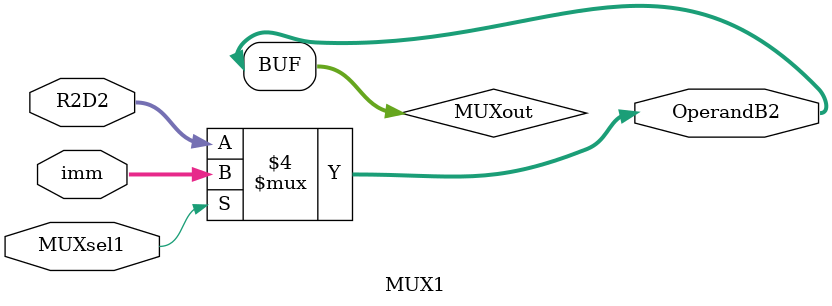
<source format=v>
`timescale 1ns / 1ps


module MUX1(
    input [31:0] R2D2,
    input [31:0] imm,
    input MUXsel1,
    output [31:0] OperandB2
    );
    
    reg [31:0] MUXout;
    assign OperandB2 = MUXout;
    
    always@(R2D2 or imm or MUXsel1)
    if(MUXsel1 == 1'b0)
        MUXout = R2D2;
    else
        MUXout = imm;
        
endmodule

</source>
